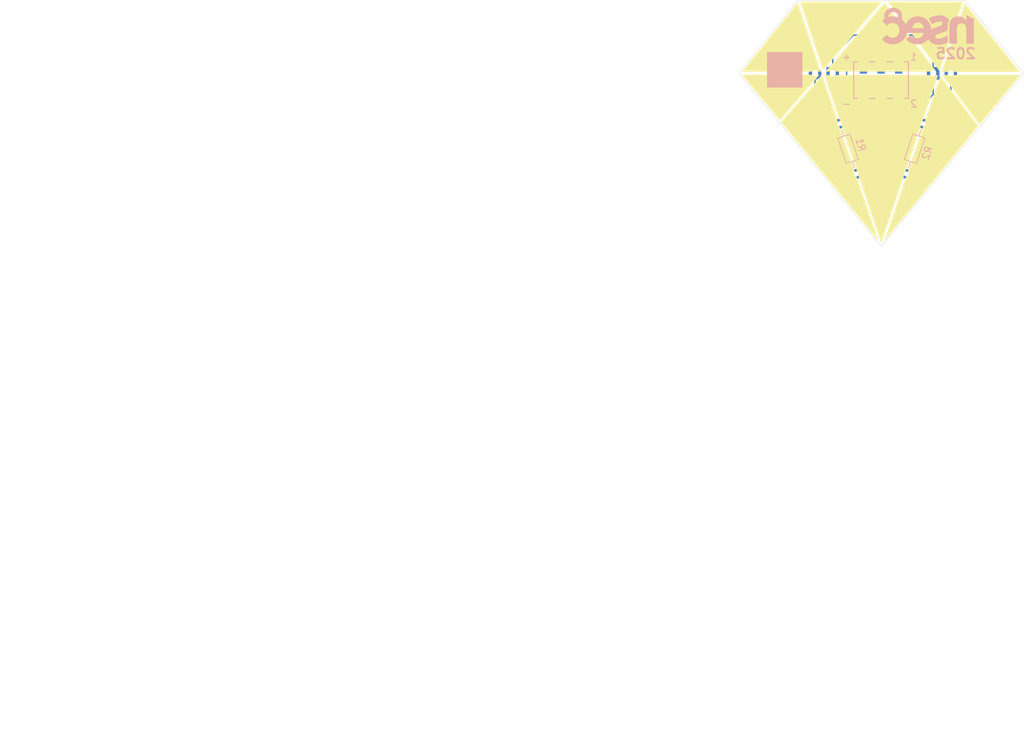
<source format=kicad_pcb>
(kicad_pcb (version 20240108) (generator "pcbnew") (generator_version "8.0")
  (layers (0 "F.Cu" signal) (31 "B.Cu" signal) (34 "B.Paste" user) (35 "F.Paste" user) (36 "B.SilkS" user "B.Silkscreen") (37 "F.SilkS" user "F.Silkscreen") (38 "B.Mask" user) (39 "F.Mask" user) (44 "Edge.Cuts" user))
  (net 0 "")
  (net 1 "GND")
  (net 2 "Net-(D1-A)")
  (net 3 "Net-(D2-A)")
  (net 4 "+3.3V")
  (footprint "LED_THT:LED_D3.0mm" (layer "F.Cu") (at 186.46 50.5)
    (property "Reference" "D2" (hide yes))
    (property "Value" "LED")
    (pad "1" thru_hole rect (at 0 0) (size 1.8 1.8) (drill 0.9) (layers "*.Cu" "*.Mask") (net 1 "GND"))
    (pad "2" thru_hole circle (at 2.54 0) (size 1.8 1.8) (drill 0.9) (layers "*.Cu" "*.Mask") (net 3 "Net-(D2-A)"))
  )
  (footprint "LED_THT:LED_D3.0mm" (layer "F.Cu") (at 172 50.5 180)
    (property "Reference" "D1" (hide yes))
    (property "Value" "LED")
    (pad "1" thru_hole rect (at 0 0 180) (size 1.8 1.8) (drill 0.9) (layers "*.Cu" "*.Mask") (net 1 "GND"))
    (pad "2" thru_hole circle (at 2.54 0 180) (size 1.8 1.8) (drill 0.9) (layers "*.Cu" "*.Mask") (net 2 "Net-(D1-A)"))
  )
  (footprint "footprints:nsec-2025" (layer "B.Cu") (at 185.6 46.65 180)
    (property "Reference" "REF**" (hide yes))
    (property "Value" "nsec-2025" (hide yes))
    (fp_text user "2025" (at -7.15 -1.9 0) (layer "B.SilkS") (effects (font (size 1.5 1.5) (thickness 0.3) (bold yes)) (justify left bottom mirror)))
  )
  (footprint "Resistor_THT:R_Axial_DIN0204_L3.6mm_D1.6mm_P7.62mm_Horizontal" (layer "B.Cu") (at 175.417863 64.976227 108.5)
    (property "Reference" "R1" (at 3.81 1.92 108.5) (layer "B.SilkS") (effects (justify mirror)))
    (property "Value" "330")
    (pad "1" thru_hole circle (at 0 0 108.5) (size 1.4 1.4) (drill 0.7) (layers "*.Cu" "*.Mask") (net 4 "+3.3V"))
    (pad "2" thru_hole oval (at 7.620001 -0.000001 108.5) (size 1.4 1.4) (drill 0.7) (layers "*.Cu" "*.Mask") (net 2 "Net-(D1-A)"))
  )
  (footprint "Resistor_THT:R_Axial_DIN0204_L3.6mm_D1.6mm_P7.62mm_Horizontal" (layer "B.Cu") (at 182.582138 64.976227 71.5)
    (property "Reference" "R2" (at 3.810001 1.920001 71.5) (layer "B.SilkS") (effects (justify mirror)))
    (property "Value" "330")
    (pad "1" thru_hole circle (at 0 0 72.5) (size 1.4 1.4) (drill 0.7) (layers "*.Cu" "*.Mask") (net 4 "+3.3V"))
    (pad "2" thru_hole oval (at 7.620001 0 71.5) (size 1.4 1.4) (drill 0.7) (layers "*.Cu" "*.Mask") (net 3 "Net-(D2-A)"))
  )
  (footprint "footprints:SAO Connector SMD" (layer "B.Cu") (at 178.96 51.475001 180)
    (property "Reference" "J1" (hide yes))
    (property "Value" "SAO Connector SMD" (hide yes))
    (fp_text user "1" (at -5.25 2.75 0) (layer "B.SilkS") (effects (justify left bottom mirror)))
    (fp_text user "2" (at -5.25 -4 0) (layer "B.SilkS") (effects (justify left bottom mirror)))
    (fp_text user "-" (at 4.25 -4 0) (layer "B.SilkS") (effects (justify left bottom mirror)))
    (fp_text user "+" (at 4.25 2.75 0) (layer "B.SilkS") (effects (justify left bottom mirror)))
    (pad "1" smd rect (at -2.54 2.524999 180) (size 1.0414 3.2004) (layers "B.Cu" "B.Paste" "B.Mask"))
    (pad "2" smd rect (at -2.54 -2.524999 180) (size 1.0414 3.2004) (layers "B.Cu" "B.Paste" "B.Mask"))
    (pad "3" smd rect (at 0 2.524999 180) (size 1.0414 3.2004) (layers "B.Cu" "B.Paste" "B.Mask"))
    (pad "4" smd rect (at 0 -2.524999 180) (size 1.0414 3.2004) (layers "B.Cu" "B.Paste" "B.Mask"))
    (pad "5" smd rect (at 2.54 2.524999 180) (size 1.0414 3.2004) (layers "B.Cu" "B.Paste" "B.Mask") (net 4 "+3.3V"))
    (pad "6" smd rect (at 2.54 -2.524999 180) (size 1.0414 3.2004) (layers "B.Cu" "B.Paste" "B.Mask") (net 1 "GND"))
  )
  (gr_rect (start 162.6 47.5) (end 167.6 52.5) (stroke (width 0.1)) (fill solid) (layer "B.SilkS"))
  (gr_poly (pts (xy 170.615088 49.973645) (xy 179 40.216937) (xy 167.378266 40.216937)) (stroke (width 0.1)) (fill solid) (layer "F.SilkS"))
  (gr_poly (pts (xy 178.984587 74.743044) (xy 187.092056 50.805971) (xy 170.861703 50.790557)) (stroke (width 0.1)) (fill solid) (layer "F.SilkS"))
  (gr_poly (pts (xy 170.445541 50.898451) (xy 178.429703 74.388535) (xy 164.602595 57.520954)) (stroke (width 0.1)) (fill solid) (layer "F.SilkS"))
  (gr_poly (pts (xy 192.900749 58.116779) (xy 187.5 51) (xy 179.554884 74.450188)) (stroke (width 0.1)) (fill solid) (layer "F.SilkS"))
  (gr_poly (pts (xy 187.354085 50.066126) (xy 190.652561 40.232351) (xy 180.017287 40.232351)) (stroke (width 0.1)) (fill solid) (layer "F.SilkS"))
  (gr_poly (pts (xy 171.077492 50.204847) (xy 179.477817 40.401898) (xy 186.814614 50.204847)) (stroke (width 0.1)) (fill solid) (layer "F.SilkS"))
  (gr_poly (pts (xy 170.214339 50.22026) (xy 166.931276 40.432725) (xy 159.039595 50.22026)) (stroke (width 0.1)) (fill solid) (layer "F.SilkS"))
  (gr_poly (pts (xy 164.376531 57.205835) (xy 169.998551 50.75973) (xy 159.008768 50.75973)) (stroke (width 0.1)) (fill solid) (layer "F.SilkS"))
  (gr_poly (pts (xy 191.014813 40.504365) (xy 198.860254 50.24566) (xy 187.762577 50.24566)) (stroke (width 0.1)) (fill solid) (layer "F.SilkS"))
  (gr_poly (pts (xy 193.137089 57.839337) (xy 198.944992 50.790557) (xy 187.847315 50.790557)) (stroke (width 0.1)) (fill solid) (layer "F.SilkS"))
  (gr_poly (pts (xy 167 40) (xy 191 40) (xy 199.5 50.5) (xy 179 75.386598) (xy 158.5 50.5)) (stroke (width 0.05)) (fill none) (layer "Edge.Cuts"))
  (segment (start 183.48 45) (end 186.46 47.98) (width 0.2) (layer "B.Cu") (net 1))
  (segment (start 186.46 47.98) (end 186.46 50.5) (width 0.2) (layer "B.Cu") (net 1))
  (segment (start 176.42 55.92) (end 176.42 54) (width 0.2) (layer "B.Cu") (net 1))
  (segment (start 186.46 50.5) (end 186.46 53.54) (width 0.2) (layer "B.Cu") (net 1))
  (segment (start 175 45) (end 183.48 45) (width 0.2) (layer "B.Cu") (net 1))
  (segment (start 172 50.5) (end 172 48) (width 0.2) (layer "B.Cu") (net 1))
  (segment (start 179.5 59) (end 176.42 55.92) (width 0.2) (layer "B.Cu") (net 1))
  (segment (start 186.46 53.54) (end 181 59) (width 0.2) (layer "B.Cu") (net 1))
  (segment (start 181 59) (end 179.5 59) (width 0.2) (layer "B.Cu") (net 1))
  (segment (start 172 48) (end 175 45) (width 0.2) (layer "B.Cu") (net 1))
  (segment (start 171.75 57.75) (end 169.5 55.5) (width 0.2) (layer "B.Cu") (net 2))
  (segment (start 169.46 54.96) (end 169.46 50.5) (width 0.2) (layer "B.Cu") (net 2))
  (segment (start 173 57.75) (end 171.75 57.75) (width 0.2) (layer "B.Cu") (net 2))
  (segment (start 169.5 55) (end 169.46 54.96) (width 0.2) (layer "B.Cu") (net 2))
  (segment (start 169.5 55.5) (end 169.5 55) (width 0.2) (layer "B.Cu") (net 2))
  (segment (start 189 55) (end 189 50.5) (width 0.2) (layer "B.Cu") (net 3))
  (segment (start 186.25 57.75) (end 189 55) (width 0.2) (layer "B.Cu") (net 3))
  (segment (start 185 57.75) (end 186.25 57.75) (width 0.2) (layer "B.Cu") (net 3))
  (segment (start 182.582138 64.976227) (end 178.5 64.976227) (width 0.2) (layer "B.Cu") (net 4))
  (segment (start 176.42 48.950002) (end 174.549998 48.950002) (width 0.2) (layer "B.Cu") (net 4))
  (segment (start 178.5 64.976227) (end 175.417863 64.976227) (width 0.2) (layer "B.Cu") (net 4))
  (segment (start 174 56) (end 178.5 60.5) (width 0.2) (layer "B.Cu") (net 4))
  (segment (start 178.5 60.5) (end 178.5 64.976227) (width 0.2) (layer "B.Cu") (net 4))
  (segment (start 174 49.5) (end 174 56) (width 0.2) (layer "B.Cu") (net 4))
  (segment (start 174.549998 48.950002) (end 174 49.5) (width 0.2) (layer "B.Cu") (net 4))
)
</source>
